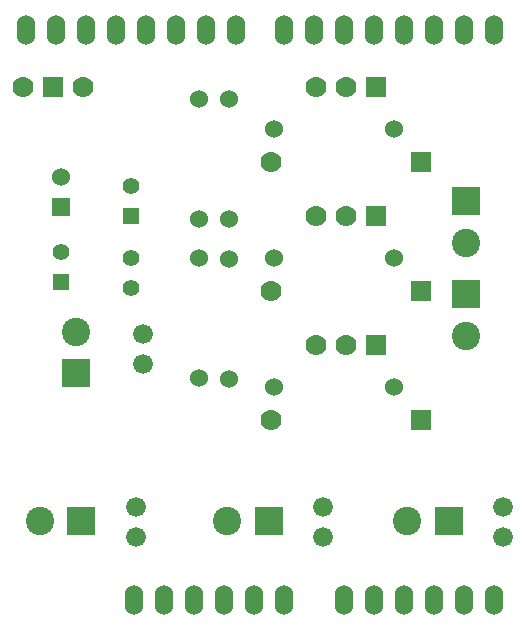
<source format=gts>
G04 (created by PCBNEW (2013-07-07 BZR 4022)-stable) date 10/12/2014 6:36:13 PM*
%MOIN*%
G04 Gerber Fmt 3.4, Leading zero omitted, Abs format*
%FSLAX34Y34*%
G01*
G70*
G90*
G04 APERTURE LIST*
%ADD10C,0.00590551*%
%ADD11O,0.06X0.1*%
%ADD12C,0.06*%
%ADD13C,0.0944882*%
%ADD14R,0.0944882X0.0944882*%
%ADD15C,0.066*%
%ADD16C,0.07*%
%ADD17R,0.07X0.07*%
%ADD18R,0.06X0.06*%
%ADD19R,0.055X0.055*%
%ADD20C,0.055*%
G04 APERTURE END LIST*
G54D10*
G54D11*
X61450Y-50100D03*
X60450Y-50100D03*
X59450Y-50100D03*
X56450Y-50100D03*
X57450Y-50100D03*
X58450Y-50100D03*
X54450Y-50100D03*
X53450Y-50100D03*
X52450Y-50100D03*
X50450Y-50100D03*
X49450Y-50100D03*
X61450Y-31100D03*
X60450Y-31100D03*
X59450Y-31100D03*
X58450Y-31100D03*
X57450Y-31100D03*
X56450Y-31100D03*
X55450Y-31100D03*
X54450Y-31100D03*
X52850Y-31100D03*
X51850Y-31100D03*
X50850Y-31100D03*
X49850Y-31100D03*
X48850Y-31100D03*
X47850Y-31100D03*
X46850Y-31100D03*
X45850Y-31100D03*
X51450Y-50100D03*
G54D12*
X51600Y-38700D03*
X51600Y-42700D03*
X58100Y-43000D03*
X54100Y-43000D03*
X52625Y-33400D03*
X52625Y-37400D03*
X58100Y-38700D03*
X54100Y-38700D03*
X58100Y-34400D03*
X54100Y-34400D03*
X52600Y-38725D03*
X52600Y-42725D03*
G54D13*
X58561Y-47474D03*
G54D14*
X59938Y-47474D03*
G54D13*
X52561Y-47474D03*
G54D14*
X53938Y-47474D03*
G54D13*
X46311Y-47474D03*
G54D14*
X47688Y-47474D03*
G54D15*
X49500Y-47000D03*
X49500Y-48000D03*
X55750Y-47000D03*
X55750Y-48000D03*
X61750Y-47000D03*
X61750Y-48000D03*
G54D16*
X54000Y-35500D03*
G54D17*
X59000Y-35500D03*
G54D16*
X54000Y-44100D03*
G54D17*
X59000Y-44100D03*
G54D16*
X54000Y-39800D03*
G54D17*
X59000Y-39800D03*
G54D13*
X47525Y-41161D03*
G54D14*
X47525Y-42538D03*
G54D16*
X55500Y-33000D03*
X56500Y-33000D03*
G54D17*
X57500Y-33000D03*
G54D16*
X55500Y-41600D03*
X56500Y-41600D03*
G54D17*
X57500Y-41600D03*
G54D16*
X55500Y-37300D03*
X56500Y-37300D03*
G54D17*
X57500Y-37300D03*
G54D18*
X47000Y-37000D03*
G54D12*
X47000Y-36000D03*
G54D19*
X47000Y-39500D03*
G54D20*
X47000Y-38500D03*
X49350Y-39700D03*
X49350Y-38700D03*
G54D16*
X45750Y-33000D03*
G54D17*
X46750Y-33000D03*
G54D16*
X47750Y-33000D03*
G54D15*
X49750Y-41250D03*
X49750Y-42250D03*
G54D13*
X60524Y-41288D03*
G54D14*
X60524Y-39911D03*
G54D13*
X60524Y-38188D03*
G54D14*
X60524Y-36811D03*
G54D19*
X49350Y-37300D03*
G54D20*
X49350Y-36300D03*
G54D12*
X51600Y-37400D03*
X51600Y-33400D03*
M02*

</source>
